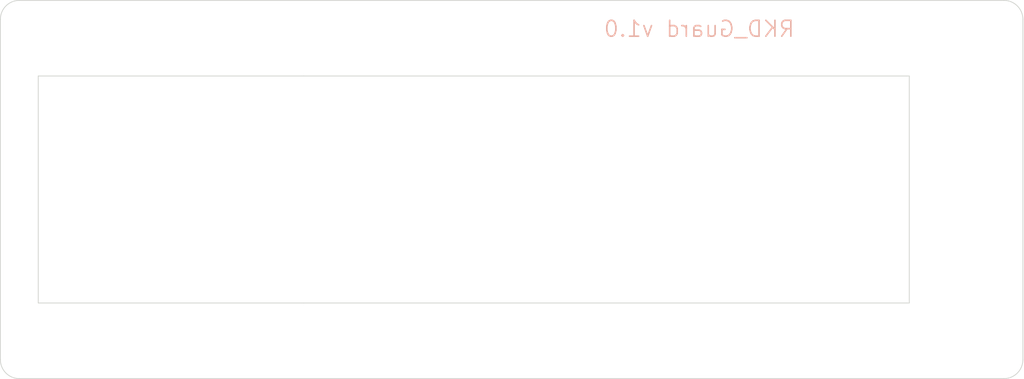
<source format=kicad_pcb>
(kicad_pcb (version 20240108) (generator "pcbnew") (generator_version "8.0")
  (layers (0 "F.Cu" signal) (31 "B.Cu" signal) (34 "B.Paste" user) (35 "F.Paste" user) (36 "B.SilkS" user "B.Silkscreen") (37 "F.SilkS" user "F.Silkscreen") (38 "B.Mask" user) (39 "F.Mask" user) (44 "Edge.Cuts" user))
  (net 0 "")
  (footprint "kbd_Hole:m2_Screw_Hole" (layer "F.Cu") (at 83.34375 26.19375)
    (property "Reference" "Ref**")
    (property "Value" "Val**")
    (pad "" np_thru_hole circle (at 0 0) (size 2.2 2.2) (drill 2.2) (layers "*.Cu" "*.Mask"))
  )
  (footprint "kbd_Hole:m2_Screw_Hole" (layer "F.Cu") (at 83.34375 26.19375)
    (property "Reference" "M5" (hide yes))
    (property "Value" "Mark")
    (pad "" np_thru_hole circle (at 0 0) (size 2.2 2.2) (drill 2.2) (layers "*.Cu" "*.Mask"))
  )
  (footprint "kbd_Hole:m2_Screw_Hole" (layer "F.Cu") (at 83.34375 35.71875)
    (property "Reference" "Ref**")
    (property "Value" "Val**")
    (pad "" np_thru_hole circle (at 0 0) (size 2.2 2.2) (drill 2.2) (layers "*.Cu" "*.Mask"))
  )
  (gr_arc (start 21.43125 20.240625) (mid 21.779976 19.398726) (end 22.621875 19.05) (stroke (width 0.05)) (layer "Edge.Cuts"))
  (gr_arc (start 85.724975 41.67185) (mid 85.376256 42.513756) (end 84.53435 42.862475) (stroke (width 0.05)) (layer "Edge.Cuts"))
  (gr_line (start 84.53435 19.05) (end 22.621875 19.05) (stroke (width 0.05)) (layer "Edge.Cuts"))
  (gr_arc (start 84.53435 19.05) (mid 85.376256 19.398719) (end 85.724975 20.240625) (stroke (width 0.05)) (layer "Edge.Cuts"))
  (gr_line (start 40.48125 23.8125) (end 78.58125 23.8125) (stroke (width 0.05)) (layer "Edge.Cuts"))
  (gr_arc (start 22.621875 42.8625) (mid 21.779976 42.513774) (end 21.43125 41.671875) (stroke (width 0.05)) (layer "Edge.Cuts"))
  (gr_line (start 78.58125 23.8125) (end 78.58125 38.1) (stroke (width 0.05)) (layer "Edge.Cuts"))
  (gr_line (start 40.48125 23.8125) (end 23.8125 23.8125) (stroke (width 0.05)) (layer "Edge.Cuts"))
  (gr_line (start 23.8125 38.1) (end 40.48125 38.1) (stroke (width 0.05)) (layer "Edge.Cuts"))
  (gr_line (start 23.8125 38.1) (end 23.8125 23.8125) (stroke (width 0.05)) (layer "Edge.Cuts"))
  (gr_line (start 22.621875 42.8625) (end 84.53435 42.862475) (stroke (width 0.05)) (layer "Edge.Cuts"))
  (gr_line (start 85.724975 41.67185) (end 85.724975 20.240625) (stroke (width 0.05)) (layer "Edge.Cuts"))
  (gr_line (start 21.43125 41.671875) (end 21.43125 20.240625) (stroke (width 0.05)) (layer "Edge.Cuts"))
  (gr_line (start 78.58125 38.1) (end 40.48125 38.1) (stroke (width 0.05)) (layer "Edge.Cuts"))
  (gr_text "RKD_Guard v1.0" (at 71.4375 21.43125 0) (layer "B.SilkS") (effects (font (size 1 1) (thickness 0.1)) (justify left bottom mirror)))
)
</source>
